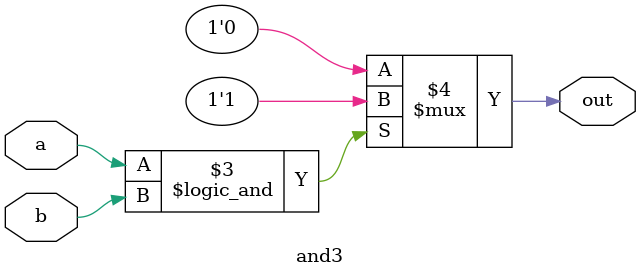
<source format=v>
module and3 (
  input a,
  input b,
  output out
);

  assign out = (a == 1'b1 && b == 1'b1) ? 1'b1 : 1'b0; // Check both bits are high

endmodule
</source>
